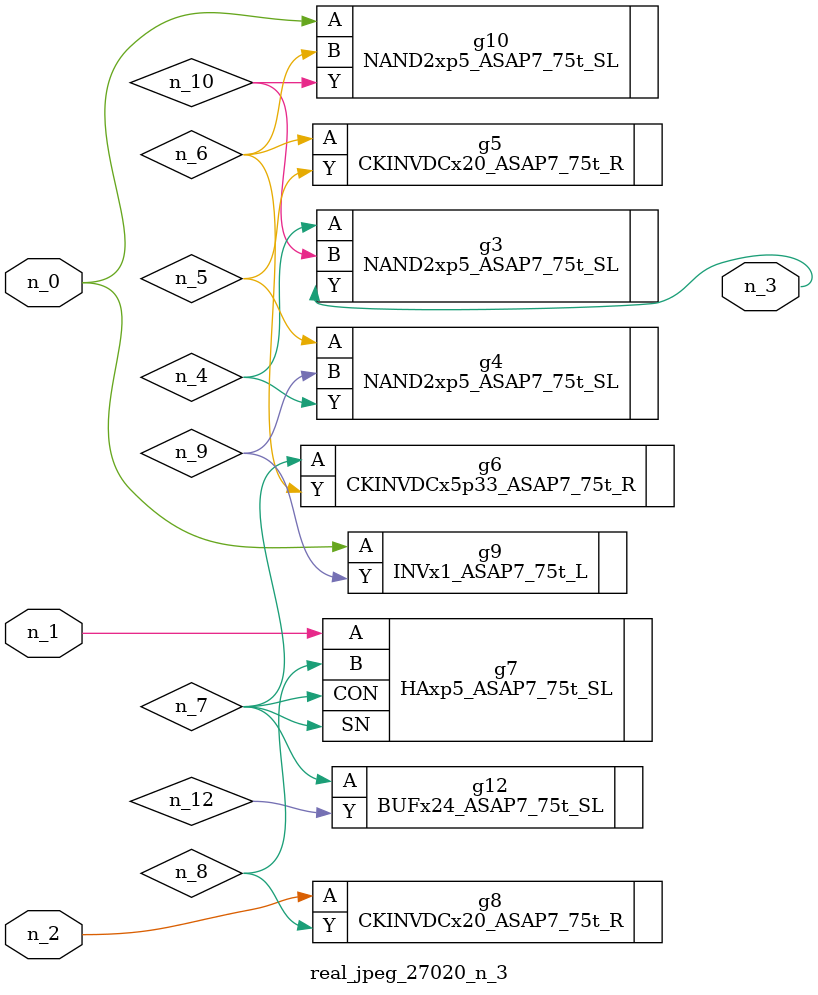
<source format=v>
module real_jpeg_27020_n_3 (n_1, n_0, n_2, n_3);

input n_1;
input n_0;
input n_2;

output n_3;

wire n_5;
wire n_8;
wire n_4;
wire n_6;
wire n_7;
wire n_10;
wire n_9;

INVx1_ASAP7_75t_L g9 ( 
.A(n_0),
.Y(n_9)
);

NAND2xp5_ASAP7_75t_SL g10 ( 
.A(n_0),
.B(n_6),
.Y(n_10)
);

HAxp5_ASAP7_75t_SL g7 ( 
.A(n_1),
.B(n_8),
.CON(n_7),
.SN(n_7)
);

CKINVDCx20_ASAP7_75t_R g8 ( 
.A(n_2),
.Y(n_8)
);

NAND2xp5_ASAP7_75t_SL g3 ( 
.A(n_4),
.B(n_10),
.Y(n_3)
);

NAND2xp5_ASAP7_75t_SL g4 ( 
.A(n_5),
.B(n_9),
.Y(n_4)
);

CKINVDCx20_ASAP7_75t_R g5 ( 
.A(n_6),
.Y(n_5)
);

CKINVDCx5p33_ASAP7_75t_R g6 ( 
.A(n_7),
.Y(n_6)
);

BUFx24_ASAP7_75t_SL g12 ( 
.A(n_7),
.Y(n_12)
);


endmodule
</source>
